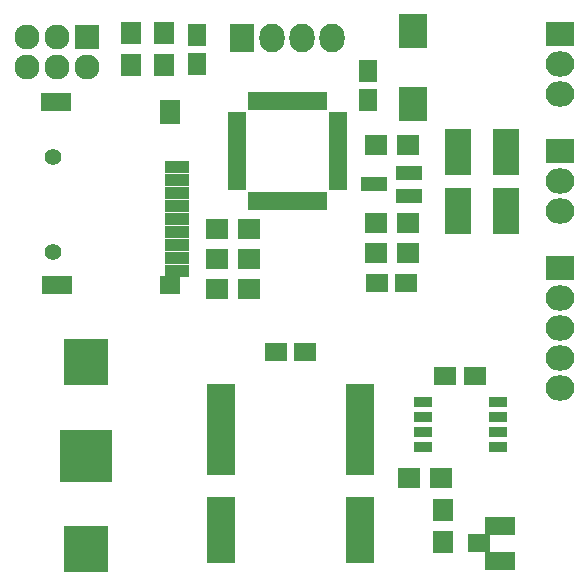
<source format=gbr>
G04 #@! TF.FileFunction,Soldermask,Bot*
%FSLAX46Y46*%
G04 Gerber Fmt 4.6, Leading zero omitted, Abs format (unit mm)*
G04 Created by KiCad (PCBNEW 4.0.6) date Thu Aug  3 21:50:21 2017*
%MOMM*%
%LPD*%
G01*
G04 APERTURE LIST*
%ADD10C,0.100000*%
%ADD11R,1.543000X0.908000*%
%ADD12R,2.127200X2.432000*%
%ADD13O,2.127200X2.432000*%
%ADD14R,2.127200X2.127200*%
%ADD15O,2.127200X2.127200*%
%ADD16R,1.650000X1.900000*%
%ADD17R,1.900000X1.650000*%
%ADD18R,1.900000X1.700000*%
%ADD19R,2.000000X1.100000*%
%ADD20R,1.800000X1.600000*%
%ADD21R,1.800000X2.000000*%
%ADD22R,2.600000X1.600000*%
%ADD23C,1.400000*%
%ADD24R,2.600000X1.500000*%
%ADD25R,1.900000X1.600000*%
%ADD26R,1.700000X1.900000*%
%ADD27R,3.700000X3.900000*%
%ADD28R,4.400000X4.400000*%
%ADD29R,2.432000X2.127200*%
%ADD30O,2.432000X2.127200*%
%ADD31R,2.400000X2.900000*%
%ADD32R,1.600000X1.000000*%
%ADD33R,1.000000X1.600000*%
%ADD34R,2.200860X3.900120*%
%ADD35R,2.300000X1.200000*%
%ADD36R,2.400000X1.200000*%
G04 APERTURE END LIST*
D10*
D11*
X126068000Y-83439000D03*
X126068000Y-84709000D03*
X126068000Y-85979000D03*
X126068000Y-87249000D03*
X132418000Y-87249000D03*
X132418000Y-85979000D03*
X132418000Y-84709000D03*
X132418000Y-83439000D03*
D12*
X110799200Y-52647600D03*
D13*
X113339200Y-52647600D03*
X115879200Y-52647600D03*
X118419200Y-52647600D03*
D14*
X97620000Y-52540000D03*
D15*
X97620000Y-55080000D03*
X95080000Y-52540000D03*
X95080000Y-55080000D03*
X92540000Y-52540000D03*
X92540000Y-55080000D03*
D16*
X121412000Y-57892000D03*
X121412000Y-55392000D03*
D17*
X116142000Y-79210000D03*
X113642000Y-79210000D03*
D18*
X122094000Y-70866000D03*
X124794000Y-70866000D03*
D16*
X106934000Y-52344000D03*
X106934000Y-54844000D03*
D19*
X105242000Y-71238000D03*
X105242000Y-70138000D03*
X105242000Y-69038000D03*
X105242000Y-67938000D03*
X105242000Y-66838000D03*
X105242000Y-65738000D03*
X105242000Y-64638000D03*
X105242000Y-63538000D03*
D20*
X104642000Y-73538000D03*
D21*
X104642000Y-58938000D03*
D22*
X95042000Y-58038000D03*
X95142000Y-73538000D03*
D19*
X105242000Y-72338000D03*
D23*
X94742000Y-70738000D03*
X94742000Y-62738000D03*
D24*
X132588000Y-96880000D03*
X132588000Y-93980000D03*
D25*
X130838000Y-95430000D03*
D26*
X127762000Y-95330000D03*
X127762000Y-92630000D03*
D18*
X127588000Y-89916000D03*
X124888000Y-89916000D03*
X111332000Y-68834000D03*
X108632000Y-68834000D03*
X111332000Y-73914000D03*
X108632000Y-73914000D03*
X111332000Y-71374000D03*
X108632000Y-71374000D03*
D17*
X122194000Y-73406000D03*
X124694000Y-73406000D03*
D27*
X97536000Y-95900000D03*
X97536000Y-80100000D03*
D28*
X97536000Y-88000000D03*
D17*
X130493000Y-81280000D03*
X127993000Y-81280000D03*
D29*
X137668000Y-72136000D03*
D30*
X137668000Y-74676000D03*
X137668000Y-77216000D03*
X137668000Y-79756000D03*
X137668000Y-82296000D03*
D26*
X101346000Y-52244000D03*
X101346000Y-54944000D03*
X104140000Y-54944000D03*
X104140000Y-52244000D03*
D18*
X122094000Y-61722000D03*
X124794000Y-61722000D03*
D29*
X137668000Y-52324000D03*
D30*
X137668000Y-54864000D03*
X137668000Y-57404000D03*
D31*
X125222000Y-58193000D03*
X125222000Y-52043000D03*
D32*
X118888000Y-59392000D03*
X118888000Y-60192000D03*
X118888000Y-60992000D03*
X118888000Y-61792000D03*
X118888000Y-62592000D03*
X118888000Y-63392000D03*
X118888000Y-64192000D03*
X118888000Y-64992000D03*
D33*
X117438000Y-66442000D03*
X116638000Y-66442000D03*
X115838000Y-66442000D03*
X115038000Y-66442000D03*
X114238000Y-66442000D03*
X113438000Y-66442000D03*
X112638000Y-66442000D03*
X111838000Y-66442000D03*
D32*
X110388000Y-64992000D03*
X110388000Y-64192000D03*
X110388000Y-63392000D03*
X110388000Y-62592000D03*
X110388000Y-61792000D03*
X110388000Y-60992000D03*
X110388000Y-60192000D03*
X110388000Y-59392000D03*
D33*
X111838000Y-57942000D03*
X112638000Y-57942000D03*
X113438000Y-57942000D03*
X114238000Y-57942000D03*
X115038000Y-57942000D03*
X115838000Y-57942000D03*
X116638000Y-57942000D03*
X117438000Y-57942000D03*
D34*
X133096000Y-62270640D03*
X133096000Y-67269360D03*
X129032000Y-62270640D03*
X129032000Y-67269360D03*
D29*
X137668000Y-62230000D03*
D30*
X137668000Y-64770000D03*
X137668000Y-67310000D03*
D35*
X124944000Y-64074000D03*
X124944000Y-65974000D03*
X121944000Y-65024000D03*
D18*
X122094000Y-68326000D03*
X124794000Y-68326000D03*
D36*
X120796000Y-82482000D03*
X120796000Y-83582000D03*
X120796000Y-84682000D03*
X120796000Y-85782000D03*
X120796000Y-86882000D03*
X120796000Y-87982000D03*
X120796000Y-89082000D03*
X120796000Y-92082000D03*
X120796000Y-93182000D03*
X120796000Y-94282000D03*
X120796000Y-95382000D03*
X120796000Y-96482000D03*
X108996000Y-96482000D03*
X108996000Y-95382000D03*
X108996000Y-94282000D03*
X108996000Y-93182000D03*
X108996000Y-92082000D03*
X108996000Y-89082000D03*
X108996000Y-87982000D03*
X108996000Y-86882000D03*
X108996000Y-85782000D03*
X108996000Y-84682000D03*
X108996000Y-83582000D03*
X108996000Y-82482000D03*
M02*

</source>
